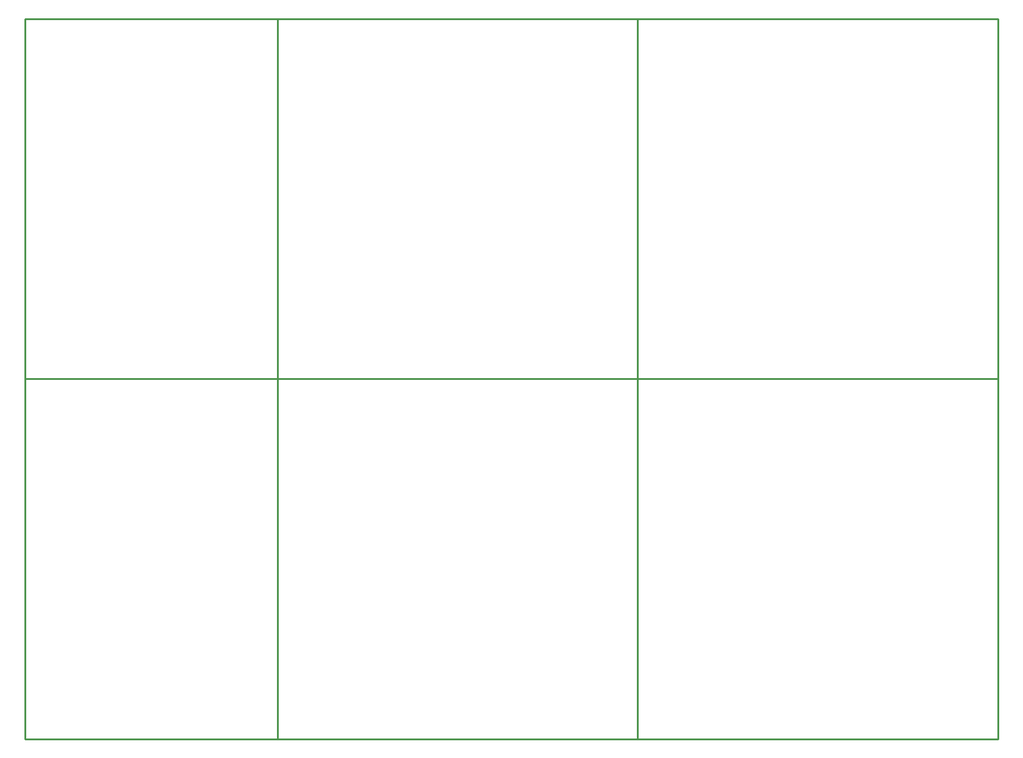
<source format=gko>
%FSAX44Y44*%
%MOMM*%
G71*
G01*
G75*
G04 Layer_Color=16711935*
%ADD10R,1.1000X1.7000*%
%ADD11R,1.7000X1.1000*%
%ADD12C,0.5080*%
%ADD13C,1.5000*%
%ADD14C,1.0000*%
%ADD15R,6.5000X6.0000*%
%ADD16R,3.0000X1.4000*%
%ADD17O,1.6500X0.5500*%
%ADD18O,0.5500X1.6500*%
%ADD19R,1.1000X1.4000*%
%ADD20O,0.6000X1.9000*%
%ADD21C,1.4000*%
%ADD22C,1.5240*%
%ADD23C,1.5000*%
%ADD24C,1.8500*%
%ADD25C,1.2700*%
%ADD26C,3.4500*%
%ADD27C,3.0000*%
%ADD28R,3.0000X3.0000*%
%ADD29C,2.0000*%
%ADD30R,2.0000X2.0000*%
%ADD31C,2.0000*%
%ADD32R,2.0000X2.0000*%
%ADD33R,2.0000X2.0000*%
%ADD34R,1.5000X1.5000*%
%ADD35R,2.0000X2.0000*%
%ADD36C,1.4000*%
%ADD37C,0.5000*%
%ADD38C,0.8000*%
%ADD39O,1.3000X0.5800*%
%ADD40R,1.3000X0.5800*%
%ADD41R,6.0000X6.5000*%
%ADD42R,1.4000X3.0000*%
%ADD43R,0.9960X2.2191*%
%ADD44C,0.2500*%
%ADD45C,0.2540*%
%ADD46C,0.2000*%
%ADD47C,0.6000*%
%ADD48C,0.5000*%
%ADD49R,2.8000X0.8000*%
%ADD50R,0.8000X2.8000*%
%ADD51R,1.3032X1.9032*%
%ADD52R,1.9032X1.3032*%
%ADD53R,6.7032X6.2032*%
%ADD54R,3.2032X1.6032*%
%ADD55O,1.8532X0.7532*%
%ADD56O,0.7532X1.8532*%
%ADD57R,1.3032X1.6032*%
%ADD58O,0.8032X2.1032*%
%ADD59C,1.7272*%
%ADD60C,1.7032*%
%ADD61C,2.0532*%
%ADD62C,3.2032*%
%ADD63R,3.2032X3.2032*%
%ADD64C,2.2032*%
%ADD65R,2.2032X2.2032*%
%ADD66C,2.2032*%
%ADD67R,2.2032X2.2032*%
%ADD68R,2.2032X2.2032*%
%ADD69R,1.7032X1.7032*%
%ADD70R,2.2032X2.2032*%
%ADD71C,1.6032*%
%ADD72C,3.6532*%
%ADD73O,1.5032X0.7832*%
%ADD74R,1.5032X0.7832*%
%ADD75R,6.2032X6.7032*%
%ADD76R,1.6032X3.2032*%
%ADD77C,0.0254*%
D45*
X00779270Y00751460D02*
X00429270D01*
Y00251460D02*
Y00751460D01*
X00779270Y00251460D02*
X00429270D01*
X00779270D02*
Y00751460D01*
Y01251460D02*
X00429270D01*
Y00751460D02*
Y01251460D01*
X00779270Y00751460D02*
X00429270D01*
X00779270D02*
Y01251460D01*
X01779270Y00251460D02*
Y00751460D01*
X01279270D01*
Y00251460D02*
Y00751460D01*
X01779270Y00251460D02*
X01279270D01*
X01779270Y00751460D02*
Y01251460D01*
X01279270D01*
Y00751460D02*
Y01251460D01*
X01779270Y00751460D02*
X01279270D01*
Y00251460D02*
Y00751460D01*
X00779270D01*
Y00251460D02*
Y00751460D01*
X01279270Y00251460D02*
X00779270D01*
X01279270Y00751460D02*
Y01251460D01*
X00779270D01*
Y00751460D02*
Y01251460D01*
X01279270Y00751460D02*
X00779270D01*
M02*

</source>
